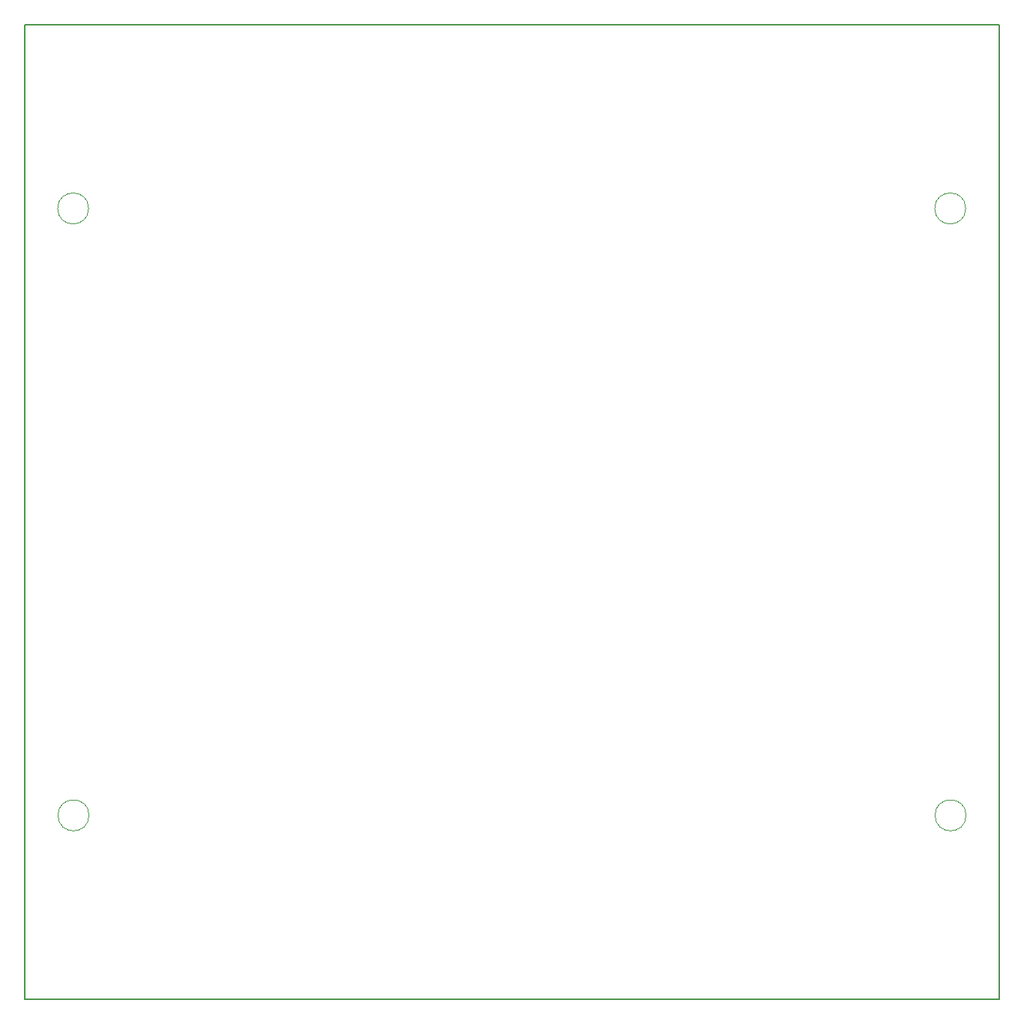
<source format=gbr>
%TF.GenerationSoftware,KiCad,Pcbnew,8.0.4*%
%TF.CreationDate,2024-08-14T20:41:30-04:00*%
%TF.ProjectId,RP2040_Euro_Power,52503230-3430-45f4-9575-726f5f506f77,rev?*%
%TF.SameCoordinates,Original*%
%TF.FileFunction,Profile,NP*%
%FSLAX46Y46*%
G04 Gerber Fmt 4.6, Leading zero omitted, Abs format (unit mm)*
G04 Created by KiCad (PCBNEW 8.0.4) date 2024-08-14 20:41:30*
%MOMM*%
%LPD*%
G01*
G04 APERTURE LIST*
%TA.AperFunction,Profile*%
%ADD10C,0.100000*%
%TD*%
%TA.AperFunction,Profile*%
%ADD11C,0.150000*%
%TD*%
G04 APERTURE END LIST*
D10*
X180275000Y-127427000D02*
G75*
G02*
X176775000Y-127427000I-1750000J0D01*
G01*
X176775000Y-127427000D02*
G75*
G02*
X180275000Y-127427000I1750000J0D01*
G01*
X81177000Y-58882000D02*
G75*
G02*
X77677000Y-58882000I-1750000J0D01*
G01*
X77677000Y-58882000D02*
G75*
G02*
X81177000Y-58882000I1750000J0D01*
G01*
X180237000Y-58882000D02*
G75*
G02*
X176737000Y-58882000I-1750000J0D01*
G01*
X176737000Y-58882000D02*
G75*
G02*
X180237000Y-58882000I1750000J0D01*
G01*
X81215000Y-127427000D02*
G75*
G02*
X77715000Y-127427000I-1750000J0D01*
G01*
X77715000Y-127427000D02*
G75*
G02*
X81215000Y-127427000I1750000J0D01*
G01*
D11*
X73995000Y-38167000D02*
X183995000Y-38167000D01*
X183995000Y-148167000D01*
X73995000Y-148167000D01*
X73995000Y-38167000D01*
M02*

</source>
